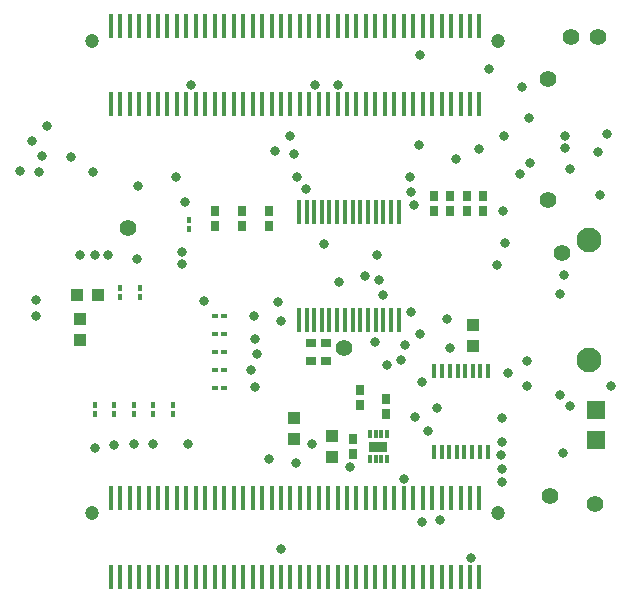
<source format=gbr>
%FSLAX23Y23*%
%MOIN*%
G04 EasyPC Gerber Version 17.0 Build 3379 *
%ADD98R,0.01181X0.03150*%
%ADD100R,0.01181X0.05118*%
%ADD95R,0.01181X0.07874*%
%ADD97R,0.01378X0.07874*%
%ADD96R,0.01800X0.02000*%
%ADD16R,0.02800X0.03500*%
%ADD25R,0.03937X0.04291*%
%ADD28R,0.06000X0.06000*%
%ADD27R,0.02000X0.01800*%
%ADD17R,0.03500X0.02800*%
%ADD99R,0.05906X0.03543*%
%ADD18R,0.04291X0.03937*%
%ADD74C,0.03200*%
%ADD24C,0.04724*%
%ADD75C,0.05600*%
%ADD73C,0.08268*%
X0Y0D02*
D02*
D16*
X743Y1267D03*
Y1318D03*
X833Y1267D03*
Y1318D03*
X923Y1267D03*
Y1318D03*
X1203Y507D03*
Y558D03*
X1228Y672D03*
Y723D03*
X1313Y642D03*
Y693D03*
X1473Y1317D03*
Y1368D03*
X1528Y1317D03*
Y1368D03*
X1583Y1317D03*
Y1368D03*
X1638Y1317D03*
Y1368D03*
D02*
D17*
X1063Y818D03*
Y877D03*
X1114Y818D03*
Y877D03*
D02*
D18*
X283Y1038D03*
X353D03*
D02*
D24*
X334Y311D03*
Y1886D03*
X1686Y311D03*
Y1886D03*
D02*
D25*
X293Y888D03*
Y958D03*
X1008Y558D03*
Y627D03*
X1133Y498D03*
Y568D03*
X1603Y868D03*
Y938D03*
D02*
D27*
X744Y728D03*
Y788D03*
Y848D03*
Y908D03*
Y968D03*
X774Y728D03*
Y788D03*
Y848D03*
Y908D03*
Y968D03*
D02*
D28*
X2014Y555D03*
Y655D03*
D02*
D73*
X1990Y822D03*
Y1223D03*
D02*
D74*
X93Y1453D03*
X133Y1553D03*
X148Y968D03*
Y1023D03*
X158Y1448D03*
X168Y1503D03*
X183Y1603D03*
X263Y1498D03*
X293Y1173D03*
X338Y1448D03*
X343Y527D03*
Y1173D03*
X388D03*
X408Y538D03*
X473Y543D03*
X483Y1158D03*
X488Y1403D03*
X538Y543D03*
X613Y1433D03*
X633Y1143D03*
Y1183D03*
X643Y1348D03*
X653Y543D03*
X663Y1738D03*
X708Y1018D03*
X863Y788D03*
X873Y968D03*
X878Y733D03*
Y892D03*
X883Y843D03*
X922Y492D03*
X943Y1518D03*
X953Y1014D03*
X963Y193D03*
Y953D03*
X993Y1568D03*
X1006Y1507D03*
X1014Y479D03*
X1018Y1433D03*
X1048Y1393D03*
X1068Y543D03*
X1078Y1738D03*
X1108Y1208D03*
X1153Y1738D03*
X1158Y1083D03*
X1193Y464D03*
X1243Y1103D03*
X1278Y883D03*
X1283Y1173D03*
X1290Y1088D03*
X1303Y1038D03*
X1316Y804D03*
X1364Y821D03*
X1373Y425D03*
X1378Y873D03*
X1393Y1432D03*
X1397Y1382D03*
X1398Y983D03*
X1408Y1338D03*
X1409Y632D03*
X1423Y1538D03*
X1428Y909D03*
X1428Y1838D03*
X1433Y282D03*
X1435Y750D03*
X1455Y586D03*
X1482Y663D03*
X1493Y288D03*
X1516Y958D03*
X1526Y861D03*
X1548Y1493D03*
X1598Y163D03*
X1622Y1525D03*
X1658Y1793D03*
X1683Y1139D03*
X1698Y504D03*
X1699Y458D03*
Y548D03*
X1700Y414D03*
Y630D03*
X1703Y1318D03*
X1708Y1568D03*
X1711Y1212D03*
X1721Y778D03*
X1761Y1443D03*
X1768Y1733D03*
X1783Y818D03*
X1785Y734D03*
X1789Y1628D03*
X1792Y1478D03*
X1892Y705D03*
Y1043D03*
X1904Y512D03*
X1907Y1104D03*
X1910Y1528D03*
Y1568D03*
X1928Y668D03*
Y1457D03*
X2020Y1515D03*
X2027Y1372D03*
X2050Y1575D03*
X2065Y736D03*
D02*
D75*
X453Y1263D03*
X1173Y862D03*
X1853Y1760D03*
X1854Y1355D03*
X1860Y368D03*
X1900Y1180D03*
X1930Y1898D03*
X2010Y343D03*
X2020Y1898D03*
D02*
D95*
X1023Y955D03*
Y1314D03*
X1049Y955D03*
Y1314D03*
X1074Y955D03*
Y1314D03*
X1100Y955D03*
Y1314D03*
X1125Y955D03*
Y1314D03*
X1151Y955D03*
Y1314D03*
X1177Y955D03*
Y1314D03*
X1202Y955D03*
Y1314D03*
X1228Y955D03*
Y1314D03*
X1253Y955D03*
Y1314D03*
X1279Y955D03*
Y1314D03*
X1305Y955D03*
Y1314D03*
X1330Y955D03*
Y1314D03*
X1356Y955D03*
Y1314D03*
D02*
D96*
X343Y641D03*
Y672D03*
X408Y641D03*
Y672D03*
X428Y1032D03*
Y1062D03*
X473Y641D03*
Y672D03*
X493Y1032D03*
Y1062D03*
X538Y641D03*
Y672D03*
X603Y641D03*
Y672D03*
X658Y1257D03*
Y1287D03*
D02*
D97*
X396Y99D03*
Y361D03*
Y1674D03*
Y1935D03*
X428Y99D03*
Y361D03*
Y1674D03*
Y1935D03*
X459Y99D03*
Y361D03*
Y1674D03*
Y1935D03*
X491Y99D03*
Y361D03*
Y1674D03*
Y1935D03*
X522Y99D03*
Y361D03*
Y1674D03*
Y1935D03*
X554Y99D03*
Y361D03*
Y1674D03*
Y1935D03*
X585Y99D03*
Y361D03*
Y1674D03*
Y1935D03*
X617Y99D03*
Y361D03*
Y1674D03*
Y1935D03*
X648Y99D03*
Y361D03*
Y1674D03*
Y1935D03*
X680Y99D03*
Y361D03*
Y1674D03*
Y1935D03*
X711Y99D03*
Y361D03*
Y1674D03*
Y1935D03*
X743Y99D03*
Y361D03*
Y1674D03*
Y1935D03*
X774Y99D03*
Y361D03*
Y1674D03*
Y1935D03*
X806Y99D03*
Y361D03*
Y1674D03*
Y1935D03*
X837Y99D03*
Y361D03*
Y1674D03*
Y1935D03*
X869Y99D03*
Y361D03*
Y1674D03*
Y1935D03*
X900Y99D03*
Y361D03*
Y1674D03*
Y1935D03*
X932Y99D03*
Y361D03*
Y1674D03*
Y1935D03*
X963Y99D03*
Y361D03*
Y1674D03*
Y1935D03*
X995Y99D03*
Y361D03*
Y1674D03*
Y1935D03*
X1026Y99D03*
Y361D03*
Y1674D03*
Y1935D03*
X1058Y99D03*
Y361D03*
Y1674D03*
Y1935D03*
X1089Y99D03*
Y361D03*
Y1674D03*
Y1935D03*
X1121Y99D03*
Y361D03*
Y1674D03*
Y1935D03*
X1152Y99D03*
Y361D03*
Y1674D03*
Y1935D03*
X1184Y99D03*
Y361D03*
Y1674D03*
Y1935D03*
X1215Y99D03*
Y361D03*
Y1674D03*
Y1935D03*
X1247Y99D03*
Y361D03*
Y1674D03*
Y1935D03*
X1278Y99D03*
Y361D03*
Y1674D03*
Y1935D03*
X1310Y99D03*
Y361D03*
Y1674D03*
Y1935D03*
X1341Y99D03*
Y361D03*
Y1674D03*
Y1935D03*
X1373Y99D03*
Y361D03*
Y1674D03*
Y1935D03*
X1404Y99D03*
Y361D03*
Y1674D03*
Y1935D03*
X1436Y99D03*
Y361D03*
Y1674D03*
Y1935D03*
X1467Y99D03*
Y361D03*
Y1674D03*
Y1935D03*
X1499Y99D03*
Y361D03*
Y1674D03*
Y1935D03*
X1530Y99D03*
Y361D03*
Y1674D03*
Y1935D03*
X1562Y99D03*
Y361D03*
Y1674D03*
Y1935D03*
X1593Y99D03*
Y361D03*
Y1674D03*
Y1935D03*
X1625Y99D03*
Y361D03*
Y1674D03*
Y1935D03*
D02*
D98*
X1259Y491D03*
Y574D03*
X1279Y491D03*
Y574D03*
X1298Y491D03*
Y574D03*
X1318Y491D03*
Y574D03*
D02*
D99*
X1288Y532D03*
D02*
D100*
X1473Y514D03*
X1475Y785D03*
X1499Y514D03*
X1500Y785D03*
X1524Y514D03*
X1526Y785D03*
X1550Y514D03*
X1552Y785D03*
X1575Y514D03*
X1577Y785D03*
X1601Y514D03*
X1603Y785D03*
X1626Y514D03*
X1628Y785D03*
X1652Y514D03*
X1654Y785D03*
X0Y0D02*
M02*

</source>
